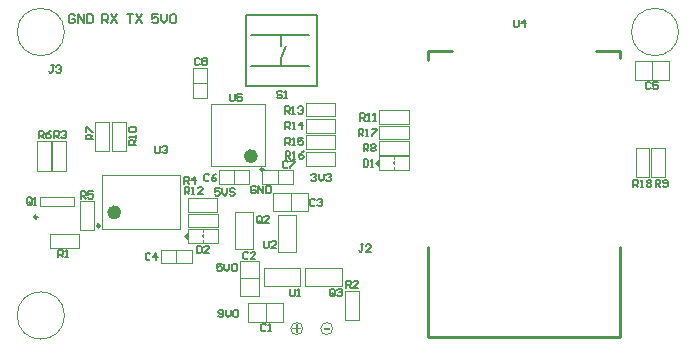
<source format=gbr>
%TF.GenerationSoftware,Altium Limited,Altium Designer,20.1.8 (145)*%
G04 Layer_Color=16777215*
%FSLAX45Y45*%
%MOMM*%
%TF.SameCoordinates,FD79255C-762C-4566-ADEE-39C3475191BA*%
%TF.FilePolarity,Positive*%
%TF.FileFunction,Legend,Top*%
%TF.Part,Single*%
G01*
G75*
%TA.AperFunction,NonConductor*%
%ADD38C,0.15240*%
%ADD39C,0.12700*%
%ADD46C,0.25000*%
%ADD47C,0.60000*%
%ADD48C,0.10160*%
%ADD49C,0.20320*%
%ADD50C,0.20000*%
%ADD51C,0.25400*%
G36*
X1436600Y845820D02*
X1411200Y871220D01*
X1436600Y896620D01*
Y845820D01*
D02*
G37*
G36*
X1585190Y848106D02*
X1562076Y871220D01*
X1585190Y894334D01*
Y848106D01*
D02*
G37*
G36*
X3200964Y1466443D02*
X3177850Y1489558D01*
X3200964Y1512671D01*
Y1466443D01*
D02*
G37*
G36*
X3052374Y1464157D02*
X3026974Y1489557D01*
X3052374Y1514957D01*
Y1464157D01*
D02*
G37*
G36*
X2645997Y81148D02*
X2596564D01*
Y97125D01*
X2645997D01*
Y81148D01*
D02*
G37*
G36*
X2373864Y96302D02*
X2404807D01*
Y83299D01*
X2373864D01*
Y52027D01*
X2360697D01*
Y83299D01*
X2329753D01*
Y96302D01*
X2360697D01*
Y127245D01*
X2373864D01*
Y96302D01*
D02*
G37*
D38*
X1196357Y2748255D02*
X1145573D01*
Y2710168D01*
X1170965Y2722863D01*
X1183661D01*
X1196357Y2710168D01*
Y2684776D01*
X1183661Y2672080D01*
X1158269D01*
X1145573Y2684776D01*
X1221748Y2748255D02*
Y2697472D01*
X1247140Y2672080D01*
X1272532Y2697472D01*
Y2748255D01*
X1297924Y2735559D02*
X1310620Y2748255D01*
X1336012D01*
X1348707Y2735559D01*
Y2684776D01*
X1336012Y2672080D01*
X1310620D01*
X1297924Y2684776D01*
Y2735559D01*
X932201Y2748255D02*
X982984D01*
X957592D01*
Y2672080D01*
X1008376Y2748255D02*
X1059159Y2672080D01*
Y2748255D02*
X1008376Y2672080D01*
X718841D02*
Y2748255D01*
X756928D01*
X769624Y2735559D01*
Y2710168D01*
X756928Y2697472D01*
X718841D01*
X744232D02*
X769624Y2672080D01*
X795016Y2748255D02*
X845799Y2672080D01*
Y2748255D02*
X795016Y2672080D01*
X487697Y2735559D02*
X475001Y2748255D01*
X449609D01*
X436913Y2735559D01*
Y2684776D01*
X449609Y2672080D01*
X475001D01*
X487697Y2684776D01*
Y2710168D01*
X462305D01*
X513088Y2672080D02*
Y2748255D01*
X563872Y2672080D01*
Y2748255D01*
X589264D02*
Y2672080D01*
X627352D01*
X640047Y2684776D01*
Y2735559D01*
X627352Y2748255D01*
X589264D01*
D39*
X2242599Y2090017D02*
X2232442Y2100174D01*
X2212128D01*
X2201972Y2090017D01*
Y2079861D01*
X2212128Y2069704D01*
X2232442D01*
X2242599Y2059547D01*
Y2049391D01*
X2232442Y2039234D01*
X2212128D01*
X2201972Y2049391D01*
X2262912Y2039234D02*
X2283225D01*
X2273069D01*
Y2100174D01*
X2262912Y2090017D01*
X1169366Y1633210D02*
Y1582427D01*
X1179523Y1572270D01*
X1199836D01*
X1209993Y1582427D01*
Y1633210D01*
X1230306Y1623053D02*
X1240463Y1633210D01*
X1260776D01*
X1270933Y1623053D01*
Y1612897D01*
X1260776Y1602740D01*
X1250620D01*
X1260776D01*
X1270933Y1592583D01*
Y1582427D01*
X1260776Y1572270D01*
X1240463D01*
X1230306Y1582427D01*
X1521477Y789930D02*
Y728990D01*
X1551947D01*
X1562103Y739147D01*
Y779773D01*
X1551947Y789930D01*
X1521477D01*
X1623043Y728990D02*
X1582417D01*
X1623043Y769617D01*
Y779773D01*
X1612887Y789930D01*
X1592573D01*
X1582417Y779773D01*
X1417031Y1226186D02*
Y1287126D01*
X1447501D01*
X1457657Y1276969D01*
Y1256656D01*
X1447501Y1246499D01*
X1417031D01*
X1437344D02*
X1457657Y1226186D01*
X1477971D02*
X1498284D01*
X1488128D01*
Y1287126D01*
X1477971Y1276969D01*
X1569381Y1226186D02*
X1528754D01*
X1569381Y1266812D01*
Y1276969D01*
X1559224Y1287126D01*
X1538911D01*
X1528754Y1276969D01*
X2933696Y1590931D02*
Y1651871D01*
X2964166D01*
X2974322Y1641715D01*
Y1621401D01*
X2964166Y1611244D01*
X2933696D01*
X2954009D02*
X2974322Y1590931D01*
X2994636Y1641715D02*
X3004793Y1651871D01*
X3025106D01*
X3035263Y1641715D01*
Y1631558D01*
X3025106Y1621401D01*
X3035263Y1611244D01*
Y1601088D01*
X3025106Y1590931D01*
X3004793D01*
X2994636Y1601088D01*
Y1611244D01*
X3004793Y1621401D01*
X2994636Y1631558D01*
Y1641715D01*
X3004793Y1621401D02*
X3025106D01*
X2932342Y1521591D02*
Y1460651D01*
X2962812D01*
X2972968Y1470807D01*
Y1511434D01*
X2962812Y1521591D01*
X2932342D01*
X2993282Y1460651D02*
X3013595D01*
X3003438D01*
Y1521591D01*
X2993282Y1511434D01*
X182897Y1701810D02*
Y1762750D01*
X213367D01*
X223523Y1752593D01*
Y1732280D01*
X213367Y1722123D01*
X182897D01*
X203210D02*
X223523Y1701810D01*
X284463Y1762750D02*
X264150Y1752593D01*
X243837Y1732280D01*
Y1711967D01*
X253993Y1701810D01*
X274307D01*
X284463Y1711967D01*
Y1722123D01*
X274307Y1732280D01*
X243837D01*
X312437Y1699270D02*
Y1760210D01*
X342907D01*
X353063Y1750053D01*
Y1729740D01*
X342907Y1719583D01*
X312437D01*
X332750D02*
X353063Y1699270D01*
X373377Y1750053D02*
X383533Y1760210D01*
X403847D01*
X414003Y1750053D01*
Y1739897D01*
X403847Y1729740D01*
X393690D01*
X403847D01*
X414003Y1719583D01*
Y1709427D01*
X403847Y1699270D01*
X383533D01*
X373377Y1709427D01*
X2269382Y1640888D02*
Y1701828D01*
X2299852D01*
X2310009Y1691671D01*
Y1671358D01*
X2299852Y1661201D01*
X2269382D01*
X2289696D02*
X2310009Y1640888D01*
X2330322D02*
X2350636D01*
X2340479D01*
Y1701828D01*
X2330322Y1691671D01*
X2421733Y1701828D02*
X2381106D01*
Y1671358D01*
X2401419Y1681515D01*
X2411576D01*
X2421733Y1671358D01*
Y1651045D01*
X2411576Y1640888D01*
X2391263D01*
X2381106Y1651045D01*
X2273451Y1527983D02*
Y1588923D01*
X2303921D01*
X2314078Y1578766D01*
Y1558453D01*
X2303921Y1548296D01*
X2273451D01*
X2293765D02*
X2314078Y1527983D01*
X2334392D02*
X2354705D01*
X2344548D01*
Y1588923D01*
X2334392Y1578766D01*
X2425802Y1588923D02*
X2405488Y1578766D01*
X2385175Y1558453D01*
Y1538140D01*
X2395332Y1527983D01*
X2415645D01*
X2425802Y1538140D01*
Y1548296D01*
X2415645Y1558453D01*
X2385175D01*
X2270400Y1778205D02*
Y1839145D01*
X2300870D01*
X2311027Y1828988D01*
Y1808675D01*
X2300870Y1798518D01*
X2270400D01*
X2290713D02*
X2311027Y1778205D01*
X2331340D02*
X2351653D01*
X2341497D01*
Y1839145D01*
X2331340Y1828988D01*
X2412594Y1778205D02*
Y1839145D01*
X2382124Y1808675D01*
X2422750D01*
X2267348Y1908402D02*
Y1969342D01*
X2297818D01*
X2307975Y1959185D01*
Y1938872D01*
X2297818Y1928715D01*
X2267348D01*
X2287662D02*
X2307975Y1908402D01*
X2328288D02*
X2348602D01*
X2338445D01*
Y1969342D01*
X2328288Y1959185D01*
X2379072D02*
X2389229Y1969342D01*
X2409542D01*
X2419699Y1959185D01*
Y1949029D01*
X2409542Y1938872D01*
X2399385D01*
X2409542D01*
X2419699Y1928715D01*
Y1918559D01*
X2409542Y1908402D01*
X2389229D01*
X2379072Y1918559D01*
X309883Y2316470D02*
X289570D01*
X299727D01*
Y2265687D01*
X289570Y2255530D01*
X279413D01*
X269257Y2265687D01*
X330197Y2306313D02*
X340353Y2316470D01*
X360667D01*
X370823Y2306313D01*
Y2296157D01*
X360667Y2286000D01*
X350510D01*
X360667D01*
X370823Y2275843D01*
Y2265687D01*
X360667Y2255530D01*
X340353D01*
X330197Y2265687D01*
X2488714Y1390104D02*
X2499293Y1400684D01*
X2520453D01*
X2531033Y1390104D01*
Y1379525D01*
X2520453Y1368945D01*
X2509873D01*
X2520453D01*
X2531033Y1358365D01*
Y1347785D01*
X2520453Y1337205D01*
X2499293D01*
X2488714Y1347785D01*
X2552193Y1400684D02*
Y1358365D01*
X2573353Y1337205D01*
X2594513Y1358365D01*
Y1400684D01*
X2615672Y1390104D02*
X2626252Y1400684D01*
X2647412D01*
X2657992Y1390104D01*
Y1379525D01*
X2647412Y1368945D01*
X2636832D01*
X2647412D01*
X2657992Y1358365D01*
Y1347785D01*
X2647412Y1337205D01*
X2626252D01*
X2615672Y1347785D01*
X1713406Y1277704D02*
X1671086D01*
Y1245964D01*
X1692246Y1256544D01*
X1702826D01*
X1713406Y1245964D01*
Y1224805D01*
X1702826Y1214225D01*
X1681666D01*
X1671086Y1224805D01*
X1734565Y1277704D02*
Y1235384D01*
X1755725Y1214225D01*
X1776885Y1235384D01*
Y1277704D01*
X1840365Y1267124D02*
X1829785Y1277704D01*
X1808625D01*
X1798045Y1267124D01*
Y1256544D01*
X1808625Y1245964D01*
X1829785D01*
X1840365Y1235384D01*
Y1224805D01*
X1829785Y1214225D01*
X1808625D01*
X1798045Y1224805D01*
X2020207Y1285943D02*
X2009627Y1296523D01*
X1988467D01*
X1977888Y1285943D01*
Y1243623D01*
X1988467Y1233044D01*
X2009627D01*
X2020207Y1243623D01*
Y1264783D01*
X1999047D01*
X2041367Y1233044D02*
Y1296523D01*
X2083687Y1233044D01*
Y1296523D01*
X2104846D02*
Y1233044D01*
X2136586D01*
X2147166Y1243623D01*
Y1285943D01*
X2136586Y1296523D01*
X2104846D01*
X1703183Y194708D02*
X1713762Y184128D01*
X1734922D01*
X1745502Y194708D01*
Y237027D01*
X1734922Y247607D01*
X1713762D01*
X1703183Y237027D01*
Y226448D01*
X1713762Y215868D01*
X1745502D01*
X1766662Y247607D02*
Y205288D01*
X1787822Y184128D01*
X1808982Y205288D01*
Y247607D01*
X1830141Y237027D02*
X1840721Y247607D01*
X1861881D01*
X1872461Y237027D01*
Y194708D01*
X1861881Y184128D01*
X1840721D01*
X1830141Y194708D01*
Y237027D01*
X1733056Y636571D02*
X1690736D01*
Y604831D01*
X1711896Y615411D01*
X1722476D01*
X1733056Y604831D01*
Y583671D01*
X1722476Y573092D01*
X1701316D01*
X1690736Y583671D01*
X1754215Y636571D02*
Y594251D01*
X1775375Y573092D01*
X1796535Y594251D01*
Y636571D01*
X1817695Y625991D02*
X1828275Y636571D01*
X1849435D01*
X1860015Y625991D01*
Y583671D01*
X1849435Y573092D01*
X1828275D01*
X1817695Y583671D01*
Y625991D01*
X1413892Y1314372D02*
Y1375312D01*
X1444362D01*
X1454518Y1365155D01*
Y1344842D01*
X1444362Y1334685D01*
X1413892D01*
X1434205D02*
X1454518Y1314372D01*
X1505302D02*
Y1375312D01*
X1474832Y1344842D01*
X1515458D01*
X2070103Y990607D02*
Y1031233D01*
X2059947Y1041390D01*
X2039633D01*
X2029477Y1031233D01*
Y990607D01*
X2039633Y980450D01*
X2059947D01*
X2049790Y1000763D02*
X2070103Y980450D01*
X2059947D02*
X2070103Y990607D01*
X2131043Y980450D02*
X2090417D01*
X2131043Y1021077D01*
Y1031233D01*
X2120887Y1041390D01*
X2100573D01*
X2090417Y1031233D01*
X2904509Y1850463D02*
Y1911404D01*
X2934979D01*
X2945136Y1901247D01*
Y1880934D01*
X2934979Y1870777D01*
X2904509D01*
X2924823D02*
X2945136Y1850463D01*
X2965449D02*
X2985763D01*
X2975606D01*
Y1911404D01*
X2965449Y1901247D01*
X3016233Y1850463D02*
X3036546D01*
X3026390D01*
Y1911404D01*
X3016233Y1901247D01*
X2930622Y801808D02*
X2910308D01*
X2920465D01*
Y751025D01*
X2910308Y740868D01*
X2900152D01*
X2889995Y751025D01*
X2991562Y740868D02*
X2950935D01*
X2991562Y781495D01*
Y791651D01*
X2981405Y801808D01*
X2961092D01*
X2950935Y791651D01*
X121920Y1148087D02*
Y1188713D01*
X111763Y1198870D01*
X91450D01*
X81293Y1188713D01*
Y1148087D01*
X91450Y1137930D01*
X111763D01*
X101607Y1158243D02*
X121920Y1137930D01*
X111763D02*
X121920Y1148087D01*
X142233Y1137930D02*
X162547D01*
X152390D01*
Y1198870D01*
X142233Y1188713D01*
X538738Y1188730D02*
Y1249670D01*
X569208D01*
X579364Y1239514D01*
Y1219200D01*
X569208Y1209044D01*
X538738D01*
X559051D02*
X579364Y1188730D01*
X640305Y1249670D02*
X599678D01*
Y1219200D01*
X619991Y1229357D01*
X630148D01*
X640305Y1219200D01*
Y1198887D01*
X630148Y1188730D01*
X609834D01*
X599678Y1198887D01*
X347993Y693430D02*
Y754370D01*
X378463D01*
X388620Y744213D01*
Y723900D01*
X378463Y713743D01*
X347993D01*
X368307D02*
X388620Y693430D01*
X408933D02*
X429247D01*
X419090D01*
Y754370D01*
X408933Y744213D01*
X1005788Y1642889D02*
X944847D01*
Y1673359D01*
X955004Y1683516D01*
X975318D01*
X985474Y1673359D01*
Y1642889D01*
Y1663203D02*
X1005788Y1683516D01*
Y1703829D02*
Y1724143D01*
Y1713986D01*
X944847D01*
X955004Y1703829D01*
Y1754613D02*
X944847Y1764770D01*
Y1785083D01*
X955004Y1795240D01*
X995631D01*
X1005788Y1785083D01*
Y1764770D01*
X995631Y1754613D01*
X955004D01*
X644036Y1690420D02*
X583096D01*
Y1720890D01*
X593253Y1731047D01*
X613566D01*
X623723Y1720890D01*
Y1690420D01*
Y1710734D02*
X644036Y1731047D01*
X583096Y1751360D02*
Y1791987D01*
X593253D01*
X633880Y1751360D01*
X644036D01*
X4204064Y2705513D02*
Y2654729D01*
X4214221Y2644573D01*
X4234534D01*
X4244691Y2654729D01*
Y2705513D01*
X4295474Y2644573D02*
Y2705513D01*
X4265004Y2675043D01*
X4305631D01*
X1800951Y2073246D02*
Y2022463D01*
X1811107Y2012306D01*
X1831421D01*
X1841577Y2022463D01*
Y2073246D01*
X1902518D02*
X1861891D01*
Y2042776D01*
X1882204Y2052933D01*
X1892361D01*
X1902518Y2042776D01*
Y2022463D01*
X1892361Y2012306D01*
X1872048D01*
X1861891Y2022463D01*
X2087897Y828030D02*
Y777247D01*
X2098053Y767090D01*
X2118367D01*
X2128523Y777247D01*
Y828030D01*
X2189463Y767090D02*
X2148837D01*
X2189463Y807717D01*
Y817873D01*
X2179307Y828030D01*
X2158993D01*
X2148837Y817873D01*
X2312041Y427649D02*
Y376865D01*
X2322198Y366709D01*
X2342511D01*
X2352668Y376865D01*
Y427649D01*
X2372981Y366709D02*
X2393295D01*
X2383138D01*
Y427649D01*
X2372981Y417492D01*
X2890690Y1719660D02*
Y1780600D01*
X2921161D01*
X2931317Y1770444D01*
Y1750130D01*
X2921161Y1739973D01*
X2890690D01*
X2911004D02*
X2931317Y1719660D01*
X2951631D02*
X2971944D01*
X2961787D01*
Y1780600D01*
X2951631Y1770444D01*
X3002414Y1780600D02*
X3043041D01*
Y1770444D01*
X3002414Y1729817D01*
Y1719660D01*
X5217034Y1288175D02*
Y1349115D01*
X5247504D01*
X5257660Y1338958D01*
Y1318645D01*
X5247504Y1308488D01*
X5217034D01*
X5237347D02*
X5257660Y1288175D01*
X5277974D02*
X5298287D01*
X5288130D01*
Y1349115D01*
X5277974Y1338958D01*
X5328757D02*
X5338914Y1349115D01*
X5359227D01*
X5369384Y1338958D01*
Y1328802D01*
X5359227Y1318645D01*
X5369384Y1308488D01*
Y1298332D01*
X5359227Y1288175D01*
X5338914D01*
X5328757Y1298332D01*
Y1308488D01*
X5338914Y1318645D01*
X5328757Y1328802D01*
Y1338958D01*
X5338914Y1318645D02*
X5359227D01*
X5404930Y1289548D02*
Y1350489D01*
X5435400D01*
X5445557Y1340332D01*
Y1320018D01*
X5435400Y1309862D01*
X5404930D01*
X5425243D02*
X5445557Y1289548D01*
X5465870Y1299705D02*
X5476027Y1289548D01*
X5496340D01*
X5506497Y1299705D01*
Y1340332D01*
X5496340Y1350489D01*
X5476027D01*
X5465870Y1340332D01*
Y1330175D01*
X5476027Y1320018D01*
X5506497D01*
X2786397Y434350D02*
Y495290D01*
X2816867D01*
X2827023Y485133D01*
Y464820D01*
X2816867Y454663D01*
X2786397D01*
X2806710D02*
X2827023Y434350D01*
X2887963D02*
X2847337D01*
X2887963Y474977D01*
Y485133D01*
X2877807Y495290D01*
X2857493D01*
X2847337Y485133D01*
X2688203Y376865D02*
Y417492D01*
X2678046Y427649D01*
X2657733D01*
X2647576Y417492D01*
Y376865D01*
X2657733Y366709D01*
X2678046D01*
X2667889Y387022D02*
X2688203Y366709D01*
X2678046D02*
X2688203Y376865D01*
X2708516Y417492D02*
X2718673Y427649D01*
X2738986D01*
X2749143Y417492D01*
Y407335D01*
X2738986Y397179D01*
X2728829D01*
X2738986D01*
X2749143Y387022D01*
Y376865D01*
X2738986Y366709D01*
X2718673D01*
X2708516Y376865D01*
X1626057Y1388404D02*
X1615901Y1398561D01*
X1595587D01*
X1585430Y1388404D01*
Y1347777D01*
X1595587Y1337621D01*
X1615901D01*
X1626057Y1347777D01*
X1686997Y1398561D02*
X1666684Y1388404D01*
X1646371Y1368091D01*
Y1347777D01*
X1656527Y1337621D01*
X1676841D01*
X1686997Y1347777D01*
Y1357934D01*
X1676841Y1368091D01*
X1646371D01*
X1544602Y2373794D02*
X1534445Y2383951D01*
X1514132D01*
X1503975Y2373794D01*
Y2333167D01*
X1514132Y2323011D01*
X1534445D01*
X1544602Y2333167D01*
X1564915Y2373794D02*
X1575072Y2383951D01*
X1595385D01*
X1605542Y2373794D01*
Y2363637D01*
X1595385Y2353481D01*
X1605542Y2343324D01*
Y2333167D01*
X1595385Y2323011D01*
X1575072D01*
X1564915Y2333167D01*
Y2343324D01*
X1575072Y2353481D01*
X1564915Y2363637D01*
Y2373794D01*
X1575072Y2353481D02*
X1595385D01*
X2291747Y1497390D02*
X2281591Y1507546D01*
X2261277D01*
X2251120Y1497390D01*
Y1456763D01*
X2261277Y1446606D01*
X2281591D01*
X2291747Y1456763D01*
X2312061Y1507546D02*
X2352687D01*
Y1497390D01*
X2312061Y1456763D01*
Y1446606D01*
X5363048Y2164466D02*
X5352892Y2174622D01*
X5332578D01*
X5322421Y2164466D01*
Y2123839D01*
X5332578Y2113682D01*
X5352892D01*
X5363048Y2123839D01*
X5423988Y2174622D02*
X5383362D01*
Y2144152D01*
X5403675Y2154309D01*
X5413832D01*
X5423988Y2144152D01*
Y2123839D01*
X5413832Y2113682D01*
X5393518D01*
X5383362Y2123839D01*
X2521825Y1180120D02*
X2511668Y1190277D01*
X2491355D01*
X2481198Y1180120D01*
Y1139493D01*
X2491355Y1129337D01*
X2511668D01*
X2521825Y1139493D01*
X2542138Y1180120D02*
X2552295Y1190277D01*
X2572609D01*
X2582765Y1180120D01*
Y1169963D01*
X2572609Y1159807D01*
X2562452D01*
X2572609D01*
X2582765Y1149650D01*
Y1139493D01*
X2572609Y1129337D01*
X2552295D01*
X2542138Y1139493D01*
X1956812Y731429D02*
X1946655Y741586D01*
X1926342D01*
X1916185Y731429D01*
Y690802D01*
X1926342Y680645D01*
X1946655D01*
X1956812Y690802D01*
X2017752Y680645D02*
X1977126D01*
X2017752Y721272D01*
Y731429D01*
X2007596Y741586D01*
X1987282D01*
X1977126Y731429D01*
X2105942Y115227D02*
X2095785Y125384D01*
X2075472D01*
X2065315Y115227D01*
Y74600D01*
X2075472Y64443D01*
X2095785D01*
X2105942Y74600D01*
X2126255Y64443D02*
X2146569D01*
X2136412D01*
Y125384D01*
X2126255Y115227D01*
X1127763Y718813D02*
X1117607Y728970D01*
X1097293D01*
X1087137Y718813D01*
Y678187D01*
X1097293Y668030D01*
X1117607D01*
X1127763Y678187D01*
X1178547Y668030D02*
Y728970D01*
X1148077Y698500D01*
X1188703D01*
D46*
X700252Y959124D02*
G03*
X700252Y959124I-12500J0D01*
G01*
X169982Y1032943D02*
G03*
X169982Y1032943I-12500J0D01*
G01*
X2086078Y1434908D02*
G03*
X2086078Y1434908I-12500J0D01*
G01*
D47*
X851560Y1073380D02*
G03*
X851560Y1073380I-30000J0D01*
G01*
X2008600Y1549040D02*
G03*
X2008600Y1549040I-30000J0D01*
G01*
D48*
X400000Y200000D02*
G03*
X400000Y200000I-200000J0D01*
G01*
X5600000Y2600000D02*
G03*
X5600000Y2600000I-200000J0D01*
G01*
X400000Y2599999D02*
G03*
X400000Y2599999I-200000J0D01*
G01*
X2672080Y88900D02*
G03*
X2672080Y88900I-50800J0D01*
G01*
X2418080D02*
G03*
X2418080Y88900I-50800J0D01*
G01*
X1381680Y934740D02*
Y1386860D01*
X721280Y934740D02*
Y1386860D01*
X1381680D01*
X721280Y934740D02*
X1381680D01*
X1698220Y812800D02*
Y929640D01*
X1573760Y906220D02*
Y929640D01*
Y812800D02*
Y836220D01*
X1436600Y845820D02*
Y896620D01*
X1449300Y812800D02*
X1698220D01*
X1449300Y929640D02*
X1698220D01*
X1449300Y812800D02*
Y929640D01*
X1411200Y871220D02*
X1436600Y845820D01*
X1411200Y871220D02*
X1436600Y896620D01*
X1448840Y1061720D02*
X1697760D01*
Y944880D02*
Y1061720D01*
X1448840Y944880D02*
X1697760D01*
X1448840D02*
Y1061720D01*
X3065074Y1677817D02*
X3313994Y1677818D01*
Y1560977D02*
Y1677818D01*
X3065074Y1560977D02*
X3313994Y1560977D01*
X3065074Y1560977D02*
Y1677817D01*
X3313994Y1431137D02*
Y1547977D01*
X3189534Y1524557D02*
Y1547977D01*
Y1431137D02*
Y1454557D01*
X3052374Y1464157D02*
Y1514957D01*
X3065074Y1431137D02*
X3313994D01*
X3065074Y1547977D02*
X3313994D01*
X3065074Y1431137D02*
Y1547977D01*
X3026974Y1489557D02*
X3052374Y1464157D01*
X3026974Y1489557D02*
X3052374Y1514957D01*
X1346480Y641269D02*
Y758109D01*
X1216940Y641269D02*
X1476020D01*
X1216940D02*
Y758109D01*
X1476020D01*
Y641269D02*
Y758109D01*
X189982Y1205443D02*
X479982D01*
X189982Y1125443D02*
X479982D01*
Y1205443D01*
X189982Y1125443D02*
Y1205443D01*
X168263Y1427123D02*
X285103D01*
Y1676043D01*
X168263D02*
X285103D01*
X168263Y1427123D02*
Y1676043D01*
X297907D02*
X414747D01*
X297907Y1427123D02*
Y1676043D01*
Y1427123D02*
X414747D01*
Y1676043D01*
X2441980Y1607963D02*
Y1724803D01*
Y1607963D02*
X2690900D01*
Y1724803D01*
X2441980D02*
X2690900D01*
X2441980Y1469605D02*
Y1586445D01*
Y1469605D02*
X2690900D01*
Y1586445D01*
X2441980D02*
X2690900D01*
X2441980Y1746322D02*
Y1863162D01*
Y1746322D02*
X2690900D01*
Y1863162D01*
X2441980D02*
X2690900D01*
X2441980Y1884680D02*
Y2001520D01*
Y1884680D02*
X2690900D01*
Y2001520D01*
X2441980D02*
X2690900D01*
X2462166Y1080576D02*
Y1238056D01*
X2167526Y1080576D02*
X2462166D01*
X2167526D02*
Y1238056D01*
X2462166D01*
X2314846Y1080576D02*
Y1238056D01*
X5227772Y2196889D02*
Y2354369D01*
X5522412D01*
Y2196889D02*
Y2354369D01*
X5227772Y2196889D02*
X5522412D01*
X5375092D02*
Y2354369D01*
X2252705Y147320D02*
Y304800D01*
X1958065Y147320D02*
X2252705D01*
X1958065D02*
Y304800D01*
X2252705D01*
X2105385Y147320D02*
Y304800D01*
X2211266Y1050453D02*
X2363666D01*
X2211266Y740573D02*
Y1050453D01*
X2363666D02*
X2363666Y740573D01*
X2211266Y740573D02*
X2363666Y740573D01*
X1695680Y1076960D02*
Y1193800D01*
X1446760D02*
X1695680D01*
X1446760Y1076960D02*
Y1193800D01*
Y1076960D02*
X1695680D01*
X1637460Y1990660D02*
X2102280D01*
X1637460Y1467420D02*
X2102280D01*
X1637460D02*
Y1990660D01*
X2102280Y1467420D02*
Y1990660D01*
X2205711Y1311360D02*
Y1428200D01*
X2076171Y1428200D02*
X2335251D01*
Y1311359D02*
Y1428200D01*
X2076171Y1311359D02*
X2335251D01*
X2076171D02*
Y1428200D01*
X1846580Y762220D02*
X1998980D01*
Y1072100D01*
X1846580Y1072100D02*
X1846580Y762220D01*
X1846580Y1072100D02*
X1998980Y1072100D01*
X1835140Y1311360D02*
Y1428200D01*
X1705600Y1311360D02*
X1964680D01*
X1705600D02*
Y1428200D01*
X1964680D01*
Y1311360D02*
Y1428200D01*
X2750820Y599860D02*
X2750820Y447460D01*
X2440940Y599860D02*
X2750820Y599860D01*
X2440940Y447460D02*
X2750820D01*
X2440940D02*
Y599860D01*
X1889751Y661840D02*
X2047231D01*
X2047231Y367200D01*
X1889750D02*
X2047231D01*
X1889750D02*
X1889751Y661840D01*
X1889750Y514520D02*
X2047231D01*
X660718Y1593045D02*
Y1841965D01*
X777558D01*
Y1593045D02*
Y1841965D01*
X660718Y1593045D02*
X777558D01*
X1490790Y2298890D02*
X1607630D01*
X1490790Y2039810D02*
Y2298890D01*
Y2039810D02*
X1607630D01*
Y2298890D01*
X1490790Y2169350D02*
X1607630D01*
X3065074Y1936818D02*
X3313994D01*
Y1819978D02*
Y1936818D01*
X3065074Y1819978D02*
X3313994D01*
X3065074D02*
Y1936818D01*
Y1690138D02*
Y1806978D01*
Y1690138D02*
X3313994D01*
Y1806978D01*
X3065074D02*
X3313994D01*
X2890240Y161608D02*
Y410528D01*
X2773400Y161608D02*
X2890240D01*
X2773400D02*
Y410528D01*
X2890240D01*
X5236672Y1370350D02*
X5353512D01*
Y1619270D01*
X5236672D02*
X5353512D01*
X5236672Y1370350D02*
Y1619270D01*
X2087210Y448661D02*
Y601061D01*
Y448661D02*
X2397090D01*
X2087210Y601061D02*
X2397090Y601061D01*
X2397090Y448661D01*
X801120Y1593045D02*
Y1841965D01*
X917960D01*
Y1593045D02*
Y1841965D01*
X801120Y1593045D02*
X917960D01*
X275521Y774700D02*
X524441D01*
X275521D02*
Y891540D01*
X524441D01*
Y774700D02*
Y891540D01*
X5366672Y1370350D02*
X5483512D01*
Y1619270D01*
X5366672D02*
X5483512D01*
X5366672Y1370350D02*
Y1619270D01*
X533641Y920520D02*
X650481D01*
Y1169440D01*
X533641D02*
X650481D01*
X533641Y920520D02*
Y1169440D01*
D49*
X2231679Y2376744D02*
X2274131Y2478077D01*
X1934479Y2742784D02*
X2534479D01*
X1983019Y2312784D02*
X2473239D01*
X1983019Y2577784D02*
X2473239D01*
X2231679Y2312784D02*
Y2376744D01*
Y2478077D02*
Y2577784D01*
D50*
X1934479Y2142784D02*
X2534479D01*
Y2742784D01*
X1934479Y2142784D02*
Y2742784D01*
D51*
X5107057Y17569D02*
Y779569D01*
Y2379769D02*
Y2443269D01*
X4903857D02*
X5107057D01*
X3481457D02*
X3684657D01*
X3481457Y2367069D02*
Y2443269D01*
Y17569D02*
Y779569D01*
Y17569D02*
X5107057D01*
%TF.MD5,8a0b1879884ae899596e5aaf91d20528*%
M02*

</source>
